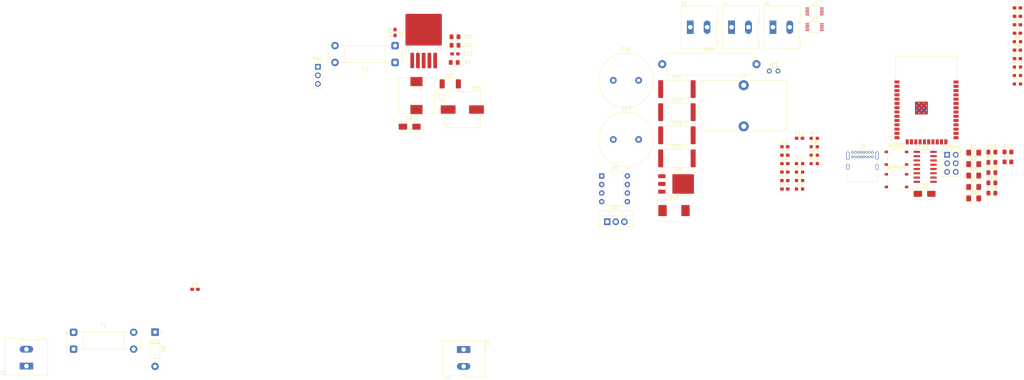
<source format=kicad_pcb>
(kicad_pcb (version 20241229) (generator "pcbnew") (generator_version "9.0")
  (layers (0 "F.Cu" signal) (2 "B.Cu" signal) (13 "F.Paste" user) (15 "B.Paste" user) (5 "F.SilkS" user "F.Silkscreen") (7 "B.SilkS" user "B.Silkscreen") (1 "F.Mask" user) (3 "B.Mask" user) (25 "Edge.Cuts" user))
  (net 0 "")
  (net 1 "BOOT")
  (net 2 "GND")
  (net 3 "Vin")
  (net 4 "VinterA")
  (net 5 "Vaux")
  (net 6 "VinterB")
  (net 7 "Vout")
  (net 8 "Net-(J5-SHIELD)")
  (net 9 "Net-(U3-V3)")
  (net 10 "+5V")
  (net 11 "+3V3")
  (net 12 "Net-(U5-FB)")
  (net 13 "Net-(D8-A)")
  (net 14 "Net-(U5-VIN)")
  (net 15 "Net-(D10-A)")
  (net 16 "Net-(D1-A)")
  (net 17 "Net-(D2-A)")
  (net 18 "Net-(D3-A)")
  (net 19 "Net-(D4-A)")
  (net 20 "Net-(D5-A)")
  (net 21 "Net-(D7-K)")
  (net 22 "Net-(D9-A)")
  (net 23 "Net-(D10-K)")
  (net 24 "Net-(SW1-B)")
  (net 25 "Rx")
  (net 26 "RST")
  (net 27 "Tx")
  (net 28 "Net-(J3-Pin_2)")
  (net 29 "Net-(J3-Pin_1)")
  (net 30 "D-")
  (net 31 "D+")
  (net 32 "Net-(J5-CC2)")
  (net 33 "Net-(J5-CC1)")
  (net 36 "FETSupply")
  (net 37 "Net-(LR1-Pad2)")
  (net 38 "Net-(LR3-Pad2)")
  (net 39 "IdiffA")
  (net 40 "IdiffB")
  (net 41 "VoltIn")
  (net 42 "OdiffA")
  (net 43 "OdiffB")
  (net 44 "VoltOut")
  (net 45 "Beat")
  (net 46 "Fault")
  (net 47 "Charging")
  (net 48 "MPPT")
  (net 49 "Net-(R23-Pad1)")
  (net 51 "SCL")
  (net 53 "SDA")
  (net 57 "PWM")
  (net 76 "Sx")
  (net 90 "Net-(J1-Pin_2)")
  (footprint "Capacitor_SMD:C_0603_1608Metric_Pad1.08x0.95mm_HandSolder" (layer "F.Cu") (at 257.75 69.325)
    (property "Reference" "C6" (at 0 -1.43 0) (layer "F.SilkS"))
    (property "Value" "0.1u")
    (pad "1" smd roundrect (at -0.8625 0) (size 1.075 0.95) (layers "F.Cu" "F.Mask" "F.Paste") (net 7 "Vout"))
    (pad "2" smd roundrect (at 0.8625 0) (size 1.075 0.95) (layers "F.Cu" "F.Mask" "F.Paste") (net 2 "GND"))
  )
  (footprint "Capacitor_THT:C_Radial_D16.0mm_H25.0mm_P7.50mm" (layer "F.Cu") (at 206.91 39.595)
    (property "Reference" "C16" (at 3.75 -9.25 0) (layer "F.SilkS"))
    (property "Value" "470u")
    (pad "1" thru_hole circle (at 0 0) (size 2 2) (drill 1) (layers "*.Cu" "*.Mask") (net 6 "VinterB"))
    (pad "2" thru_hole circle (at 7.5 0) (size 2 2) (drill 1) (layers "*.Cu" "*.Mask") (net 15 "Net-(D10-A)"))
  )
  (footprint "Diode_SMD:D_SMC" (layer "F.Cu") (at 224.905 78.235)
    (property "Reference" "D10" (at 0 -4.1 0) (layer "F.SilkS"))
    (property "Value" "SK1010")
    (pad "1" smd roundrect (at -3.4 0 90) (size 3.3 2.5) (layers "F.Cu" "F.Mask" "F.Paste") (roundrect_rratio 0.1) (net 23 "Net-(D10-K)"))
    (pad "2" smd roundrect (at 3.4 0 90) (size 3.3 2.5) (layers "F.Cu" "F.Mask" "F.Paste") (roundrect_rratio 0.1) (net 15 "Net-(D10-A)"))
  )
  (footprint "TerminalBlock:TerminalBlock_Altech_AK300-2_P5.00mm" (layer "F.Cu") (at 229.72 23.825)
    (property "Reference" "J3" (at -1.92 -6.99 0) (layer "F.SilkS"))
    (property "Value" "Conn_01x02_Pin")
    (pad "1" thru_hole rect (at 0 0) (size 1.98 3.96) (drill 1.32) (layers "*.Cu" "*.Mask") (net 29 "Net-(J3-Pin_1)"))
    (pad "2" thru_hole oval (at 5 0) (size 1.98 3.96) (drill 1.32) (layers "*.Cu" "*.Mask") (net 28 "Net-(J3-Pin_2)"))
  )
  (footprint "Resistor_SMD:R_0603_1608Metric_Pad0.98x0.95mm_HandSolder" (layer "F.Cu") (at 262.1 71.835)
    (property "Reference" "R5" (at 0 -1.43 0) (layer "F.SilkS"))
    (property "Value" "50R")
    (pad "1" smd roundrect (at -0.9125 0) (size 0.975 0.95) (layers "F.Cu" "F.Mask" "F.Paste") (net 28 "Net-(J3-Pin_2)"))
    (pad "2" smd roundrect (at 0.9125 0) (size 0.975 0.95) (layers "F.Cu" "F.Mask" "F.Paste") (net 40 "IdiffB"))
  )
  (footprint "LED_SMD:LED_0805_2012Metric_Pad1.15x1.40mm_HandSolder" (layer "F.Cu") (at 160.02 29.21)
    (property "Reference" "R22" (at 3.81 0 0) (layer "F.SilkS"))
    (property "Value" "R")
    (pad "1" smd roundrect (at -1.025 0) (size 1.15 1.4) (layers "F.Cu" "F.Mask" "F.Paste") (roundrect_rratio 0.217391) (net 12 "Net-(U5-FB)"))
    (pad "2" smd roundrect (at 1.025 0) (size 1.15 1.4) (layers "F.Cu" "F.Mask" "F.Paste") (roundrect_rratio 0.217391) (net 13 "Net-(D8-A)"))
  )
  (footprint "LED_SMD:LED_1206_3216Metric_Pad1.42x1.75mm_HandSolder" (layer "F.Cu") (at 313.705 64.455)
    (property "Reference" "D2" (at 0 -1.83 0) (layer "F.SilkS"))
    (property "Value" "LED")
    (pad "1" smd roundrect (at -1.4875 0) (size 1.425 1.75) (layers "F.Cu" "F.Mask" "F.Paste") (roundrect_rratio 0.175439) (net 2 "GND"))
    (pad "2" smd roundrect (at 1.4875 0) (size 1.425 1.75) (layers "F.Cu" "F.Mask" "F.Paste") (roundrect_rratio 0.175439) (net 17 "Net-(D2-A)"))
  )
  (footprint "RF_Module:ESP32-WROOM-32D" (layer "F.Cu") (at 299.72 48.345)
    (property "Reference" "U2" (at -10.61 8.43 90) (layer "F.SilkS"))
    (property "Value" "ESP32-WROOM-32D")
    (pad "1" smd rect (at -8.75 -8.25) (size 1.5 0.9) (layers "F.Cu" "F.Mask" "F.Paste") (net 2 "GND"))
    (pad "2" smd rect (at -8.75 -6.98) (size 1.5 0.9) (layers "F.Cu" "F.Mask" "F.Paste") (net 11 "+3V3"))
    (pad "3" smd rect (at -8.75 -5.71) (size 1.5 0.9) (layers "F.Cu" "F.Mask" "F.Paste") (net 26 "RST"))
    (pad "4" smd rect (at -8.75 -4.44) (size 1.5 0.9) (layers "F.Cu" "F.Mask" "F.Paste"))
    (pad "5" smd rect (at -8.75 -3.17) (size 1.5 0.9) (layers "F.Cu" "F.Mask" "F.Paste"))
    (pad "6" smd rect (at -8.75 -1.9) (size 1.5 0.9) (layers "F.Cu" "F.Mask" "F.Paste"))
    (pad "7" smd rect (at -8.75 -0.63) (size 1.5 0.9) (layers "F.Cu" "F.Mask" "F.Paste"))
    (pad "8" smd rect (at -8.75 0.64) (size 1.5 0.9) (layers "F.Cu" "F.Mask" "F.Paste"))
    (pad "9" smd rect (at -8.75 1.91) (size 1.5 0.9) (layers "F.Cu" "F.Mask" "F.Paste"))
    (pad "10" smd rect (at -8.75 3.18) (size 1.5 0.9) (layers "F.Cu" "F.Mask" "F.Paste"))
    (pad "11" smd rect (at -8.75 4.45) (size 1.5 0.9) (layers "F.Cu" "F.Mask" "F.Paste"))
    (pad "12" smd rect (at -8.75 5.72) (size 1.5 0.9) (layers "F.Cu" "F.Mask" "F.Paste"))
    (pad "13" smd rect (at -8.75 6.99) (size 1.5 0.9) (layers "F.Cu" "F.Mask" "F.Paste"))
    (pad "14" smd rect (at -8.75 8.26) (size 1.5 0.9) (layers "F.Cu" "F.Mask" "F.Paste"))
    (pad "15" smd rect (at -5.71 9.51 90) (size 1.5 0.9) (layers "F.Cu" "F.Mask" "F.Paste") (net 2 "GND"))
    (pad "16" smd rect (at -4.44 9.51 90) (size 1.5 0.9) (layers "F.Cu" "F.Mask" "F.Paste"))
    (pad "17" smd rect (at -3.17 9.51 90) (size 1.5 0.9) (layers "F.Cu" "F.Mask" "F.Paste"))
    (pad "18" smd rect (at -1.9 9.51 90) (size 1.5 0.9) (layers "F.Cu" "F.Mask" "F.Paste"))
    (pad "19" smd rect (at -0.63 9.51 90) (size 1.5 0.9) (layers "F.Cu" "F.Mask" "F.Paste"))
    (pad "20" smd rect (at 0.64 9.51 90) (size 1.5 0.9) (layers "F.Cu" "F.Mask" "F.Paste"))
    (pad "21" smd rect (at 1.91 9.51 90) (size 1.5 0.9) (layers "F.Cu" "F.Mask" "F.Paste"))
    (pad "22" smd rect (at 3.18 9.51 90) (size 1.5 0.9) (layers "F.Cu" "F.Mask" "F.Paste"))
    (pad "23" smd rect (at 4.45 9.51 90) (size 1.5 0.9) (layers "F.Cu" "F.Mask" "F.Paste") (net 57 "PWM"))
    (pad "24" smd rect (at 5.72 9.51 90) (size 1.5 0.9) (layers "F.Cu" "F.Mask" "F.Paste") (net 76 "Sx"))
    (pad "25" smd rect (at 8.75 8.26) (size 1.5 0.9) (layers "F.Cu" "F.Mask" "F.Paste") (net 1 "BOOT"))
    (pad "26" smd rect (at 8.75 6.99) (size 1.5 0.9) (layers "F.Cu" "F.Mask" "F.Paste") (net 45 "Beat"))
    (pad "27" smd rect (at 8.75 5.72) (size 1.5 0.9) (layers "F.Cu" "F.Mask" "F.Paste") (net 47 "Charging"))
    (pad "28" smd rect (at 8.75 4.45) (size 1.5 0.9) (layers "F.Cu" "F.Mask" "F.Paste") (net 48 "MPPT"))
    (pad "29" smd rect (at 8.75 3.18) (size 1.5 0.9) (layers "F.Cu" "F.Mask" "F.Paste") (net 46 "Fault"))
    (pad "30" smd rect (at 8.75 1.91) (size 1.5 0.9) (layers "F.Cu" "F.Mask" "F.Paste"))
    (pad "31" smd rect (at 8.75 0.64) (size 1.5 0.9) (layers "F.Cu" "F.Mask" "F.Paste"))
    (pad "32" smd rect (at 8.75 -0.63) (size 1.5 0.9) (layers "F.Cu" "F.Mask" "F.Paste"))
    (pad "33" smd rect (at 8.75 -1.9) (size 1.5 0.9) (layers "F.Cu" "F.Mask" "F.Paste") (net 53 "SDA"))
    (pad "34" smd rect (at 8.75 -3.17) (size 1.5 0.9) (layers "F.Cu" "F.Mask" "F.Paste") (net 25 "Rx"))
    (pad "35" smd rect (at 8.75 -4.44) (size 1.5 0.9) (layers "F.Cu" "F.Mask" "F.Paste") (net 27 "Tx"))
    (pad "36" smd rect (at 8.75 -5.71) (size 1.5 0.9) (layers "F.Cu" "F.Mask" "F.Paste") (net 51 "SCL"))
    (pad "37" smd rect (at 8.75 -6.98) (size 1.5 0.9) (layers "F.Cu" "F.Mask" "F.Paste"))
    (pad "38" smd rect (at 8.75 -8.25) (size 1.5 0.9) (layers "F.Cu" "F.Mask" "F.Paste") (net 2 "GND"))
    (pad "39" smd rect (at -2.9 -1.93) (size 0.9 0.9) (layers "F.Cu" "F.Paste") (net 2 "GND"))
    (pad "39" thru_hole circle (at -2.9 -1.23) (size 0.6 0.6) (drill 0.2) (property pad_prop_heatsink) (layers "*.Cu" "F.Mask") (net 2 "GND"))
    (pad "39" smd rect (at -2.9 -0.53) (size 0.9 0.9) (layers "F.Cu" "F.Paste") (net 2 "GND"))
    (pad "39" thru_hole circle (at -2.9 0.17) (size 0.6 0.6) (drill 0.2) (property pad_prop_heatsink) (layers "*.Cu" "F.Mask") (net 2 "GND"))
    (pad "39" smd rect (at -2.9 0.87) (size 0.9 0.9) (layers "F.Cu" "F.Paste") (net 2 "GND"))
    (pad "39" thru_hole circle (at -2.2 -1.93) (size 0.6 0.6) (drill 0.2) (property pad_prop_heatsink) (layers "*.Cu" "F.Mask") (net 2 "GND"))
    (pad "39" thru_hole circle (at -2.2 -0.53) (size 0.6 0.6) (drill 0.2) (property pad_prop_heatsink) (layers "*.Cu" "F.Mask") (net 2 "GND"))
    (pad "39" thru_hole circle (at -2.2 0.87) (size 0.6 0.6) (drill 0.2) (property pad_prop_heatsink) (layers "*.Cu" "F.Mask") (net 2 "GND"))
    (pad "39" thru_hole circle (at -1.525 -1.23) (size 0.6 0.6) (drill 0.2) (property pad_prop_heatsink) (layers "*.Cu" "F.Mask") (net 2 "GND"))
    (pad "39" thru_hole circle (at -1.525 0.17) (size 0.6 0.6) (drill 0.2) (property pad_prop_heatsink) (layers "*.Cu" "F.Mask") (net 2 "GND"))
    (pad "39" smd rect (at -1.5 -1.93) (size 0.9 0.9) (layers "F.Cu" "F.Paste") (net 2 "GND"))
    (pad "39" smd rect (at -1.5 -0.53) (size 0.9 0.9) (layers "F.Cu" "F.Paste") (net 2 "GND"))
    (pad "39" smd rect (at -1.5 -0.53) (size 3.8 3.8) (property pad_prop_heatsink) (layers "F.Cu" "F.Mask") (net 2 "GND"))
    (pad "39" smd rect (at -1.5 0.87) (size 0.9 0.9) (layers "F.Cu" "F.Paste") (net 2 "GND"))
    (pad "39" thru_hole circle (at -0.8 -1.93) (size 0.6 0.6) (drill 0.2) (property pad_prop_heatsink) (layers "*.Cu" "F.Mask") (net 2 "GND"))
    (pad "39" thru_hole circle (at -0.8 -0.53) (size 0.6 0.6) (drill 0.2) (property pad_prop_heatsink) (layers "*.Cu" "F.Mask") (net 2 "GND"))
    (pad "39" thru_hole circle (at -0.8 0.87) (size 0.6 0.6) (drill 0.2) (property pad_prop_heatsink) (layers "*.Cu" "F.Mask") (net 2 "GND"))
    (pad "39" smd rect (at -0.1 -1.93) (size 0.9 0.9) (layers "F.Cu" "F.Paste") (net 2 "GND"))
    (pad "39" thru_hole circle (at -0.1 -1.23) (size 0.6 0.6) (drill 0.2) (property pad_prop_heatsink) (layers "*.Cu" "F.Mask") (net 2 "GND"))
    (pad "39" smd rect (at -0.1 -0.53) (size 0.9 0.9) (layers "F.Cu" "F.Paste") (net 2 "GND"))
    (pad "39" thru_hole circle (at -0.1 0.17) (size 0.6 0.6) (drill 0.2) (property pad_prop_heatsink) (layers "*.Cu" "F.Mask") (net 2 "GND"))
    (pad "39" smd rect (at -0.1 0.87) (size 0.9 0.9) (layers "F.Cu" "F.Paste") (net 2 "GND"))
  )
  (footprint "Capacitor_SMD:C_0603_1608Metric_Pad1.08x0.95mm_HandSolder" (layer "F.Cu") (at 262.1 56.775)
    (property "Reference" "C12" (at 0 -1.43 0) (layer "F.SilkS"))
    (property "Value" "0.1u")
    (pad "1" smd roundrect (at -0.8625 0) (size 1.075 0.95) (layers "F.Cu" "F.Mask" "F.Paste") (net 11 "+3V3"))
    (pad "2" smd roundrect (at 0.8625 0) (size 1.075 0.95) (layers "F.Cu" "F.Mask" "F.Paste") (net 2 "GND"))
  )
  (footprint "TerminalBlock:TerminalBlock_Altech_AK300-2_P5.00mm" (layer "F.Cu") (at 162.56 119.46 -90)
    (property "Reference" "J2" (at -1.92 -6.99 90) (layer "F.SilkS"))
    (property "Value" "Conn_01x02_Pin")
    (pad "1" thru_hole rect (at 0 0 270) (size 1.98 3.96) (drill 1.32) (layers "*.Cu" "*.Mask") (net 7 "Vout"))
    (pad "2" thru_hole oval (at 5 0 270) (size 1.98 3.96) (drill 1.32) (layers "*.Cu" "*.Mask") (net 2 "GND"))
  )
  (footprint "Capacitor_SMD:C_0603_1608Metric_Pad1.08x0.95mm_HandSolder" (layer "F.Cu") (at 326.67 25.615)
    (property "Reference" "C10" (at 0 -1.43 0) (layer "F.SilkS"))
    (property "Value" "0.1u")
    (pad "1" smd roundrect (at -0.8625 0) (size 1.075 0.95) (layers "F.Cu" "F.Mask" "F.Paste") (net 10 "+5V"))
    (pad "2" smd roundrect (at 0.8625 0) (size 1.075 0.95) (layers "F.Cu" "F.Mask" "F.Paste") (net 2 "GND"))
  )
  (footprint "Resistor_SMD:R_0603_1608Metric_Pad0.98x0.95mm_HandSolder" (layer "F.Cu") (at 326.67 35.655)
    (property "Reference" "R13" (at 0 -1.43 0) (layer "F.SilkS"))
    (property "Value" "1k")
    (pad "1" smd roundrect (at -0.9125 0) (size 0.975 0.95) (layers "F.Cu" "F.Mask" "F.Paste") (net 41 "VoltIn"))
    (pad "2" smd roundrect (at 0.9125 0) (size 0.975 0.95) (layers "F.Cu" "F.Mask" "F.Paste") (net 2 "GND"))
  )
  (footprint "Resistor_SMD:R_0603_1608Metric_Pad0.98x0.95mm_HandSolder" (layer "F.Cu") (at 262.1 69.325)
    (property "Reference" "R4" (at 0 -1.43 0) (layer "F.SilkS"))
    (property "Value" "50R")
    (pad "1" smd roundrect (at -0.9125 0) (size 0.975 0.95) (layers "F.Cu" "F.Mask" "F.Paste") (net 29 "Net-(J3-Pin_1)"))
    (pad "2" smd roundrect (at 0.9125 0) (size 0.975 0.95) (layers "F.Cu" "F.Mask" "F.Paste") (net 39 "IdiffA"))
  )
  (footprint "Package_TO_SOT_SMD:TO-252-3_TabPin2" (layer "F.Cu") (at 226.35 70.34)
    (property "Reference" "U4" (at 0 -4.5 0) (layer "F.SilkS"))
    (property "Value" "LM1117DT-3.3")
    (pad "1" smd roundrect (at -5.04 -2.28) (size 2.2 1.2) (layers "F.Cu" "F.Mask" "F.Paste") (roundrect_rratio 0.208333) (net 2 "GND"))
    (pad "2" smd roundrect (at -5.04 0) (size 2.2 1.2) (layers "F.Cu" "F.Mask" "F.Paste") (roundrect_rratio 0.208333) (net 11 "+3V3"))
    (pad "2" smd roundrect (at 1.26 0) (size 6.4 5.8) (layers "F.Cu" "F.Mask") (roundrect_rratio 0.043103) (net 11 "+3V3"))
    (pad "3" smd roundrect (at -5.04 2.28) (size 2.2 1.2) (layers "F.Cu" "F.Mask" "F.Paste") (roundrect_rratio 0.208333) (net 10 "+5V"))
  )
  (footprint "LED_SMD:LED_1206_3216Metric_Pad1.42x1.75mm_HandSolder" (layer "F.Cu") (at 313.705 61.065)
    (property "Reference" "D1" (at 0 -1.83 0) (layer "F.SilkS"))
    (property "Value" "LED")
    (pad "1" smd roundrect (at -1.4875 0) (size 1.425 1.75) (layers "F.Cu" "F.Mask" "F.Paste") (roundrect_rratio 0.175439) (net 2 "GND"))
    (pad "2" smd roundrect (at 1.4875 0) (size 1.425 1.75) (layers "F.Cu" "F.Mask" "F.Paste") (roundrect_rratio 0.175439) (net 16 "Net-(D1-A)"))
  )
  (footprint "Diode_SMD:D_MELF" (layer "F.Cu") (at 158.61 40.64)
    (property "Reference" "D7" (at 0 -2.5 0) (layer "F.SilkS"))
    (property "Value" "Diode")
    (pad "1" smd roundrect (at -2.4 0) (size 1.5 2.7) (layers "F.Cu" "F.Mask" "F.Paste") (roundrect_rratio 0.1666666667) (net 21 "Net-(D7-K)"))
    (pad "2" smd roundrect (at 2.4 0) (size 1.5 2.7) (layers "F.Cu" "F.Mask" "F.Paste") (roundrect_rratio 0.1666666667) (net 2 "GND"))
  )
  (footprint "Inductor_THT:L_Toroid_Vertical_L25.4mm_W14.7mm_P12.20mm_Vishay_TJ5_BigPads" (layer "F.Cu") (at 245.56 41.045)
    (property "Reference" "L2" (at 0 -2.75 0) (layer "F.SilkS"))
    (property "Value" "100uH")
    (pad "1" thru_hole circle (at 0 0) (size 3 3) (drill 1.5) (layers "*.Cu" "*.Mask") (net 23 "Net-(D10-K)"))
    (pad "2" thru_hole circle (at 0 12.2) (size 3 3) (drill 1.5) (layers "*.Cu" "*.Mask") (net 6 "VinterB"))
  )
  (footprint "LED_SMD:LED_0805_2012Metric_Pad1.15x1.40mm_HandSolder" (layer "F.Cu") (at 319.095 70.01)
    (property "Reference" "R19" (at 0 -1.65 0) (layer "F.SilkS"))
    (property "Value" "220R")
    (pad "1" smd roundrect (at -1.025 0) (size 1.15 1.4) (layers "F.Cu" "F.Mask" "F.Paste") (roundrect_rratio 0.217391) (net 47 "Charging"))
    (pad "2" smd roundrect (at 1.025 0) (size 1.15 1.4) (layers "F.Cu" "F.Mask" "F.Paste") (roundrect_rratio 0.217391) (net 19 "Net-(D4-A)"))
  )
  (footprint "Capacitor_SMD:C_0603_1608Metric_Pad1.08x0.95mm_HandSolder" (layer "F.Cu") (at 326.67 18.085)
    (property "Reference" "C7" (at 0 -1.43 0) (layer "F.SilkS"))
    (property "Value" "C")
    (pad "1" smd roundrect (at -0.8625 0) (size 1.075 0.95) (layers "F.Cu" "F.Mask" "F.Paste") (net 8 "Net-(J5-SHIELD)"))
    (pad "2" smd roundrect (at 0.8625 0) (size 1.075 0.95) (layers "F.Cu" "F.Mask" "F.Paste") (net 2 "GND"))
  )
  (footprint "Button_Switch_SMD:SW_Push_1P1T_XKB_TS-1187A" (layer "F.Cu") (at 290.82 69.345)
    (property "Reference" "RESET1" (at 0 -3.75 0) (layer "F.SilkS"))
    (property "Value" "SW_Push")
    (pad "1" smd rect (at -3 -1.875) (size 1 0.75) (layers "F.Cu" "F.Mask" "F.Paste") (net 2 "GND"))
    (pad "1" smd rect (at 3 -1.875) (size 1 0.75) (layers "F.Cu" "F.Mask" "F.Paste") (net 2 "GND"))
    (pad "2" smd rect (at -3 1.875) (size 1 0.75) (layers "F.Cu" "F.Mask" "F.Paste") (net 26 "RST"))
    (pad "2" smd rect (at 3 1.875) (size 1 0.75) (layers "F.Cu" "F.Mask" "F.Paste") (net 26 "RST"))
  )
  (footprint "Capacitor_SMD:C_0603_1608Metric_Pad1.08x0.95mm_HandSolder" (layer "F.Cu") (at 142.24 25.4 90)
    (property "Reference" "C14" (at 0 -1.43 90) (layer "F.SilkS"))
    (property "Value" "1u")
    (pad "1" smd roundrect (at -0.8625 0 90) (size 1.075 0.95) (layers "F.Cu" "F.Mask" "F.Paste") (net 14 "Net-(U5-VIN)"))
    (pad "2" smd roundrect (at 0.8625 0 90) (size 1.075 0.95) (layers "F.Cu" "F.Mask" "F.Paste") (net 2 "GND"))
  )
  (footprint "LED_SMD:LED_0805_2012Metric_Pad1.15x1.40mm_HandSolder" (layer "F.Cu") (at 319.095 66.97)
    (property "Reference" "R18" (at 0 -1.65 0) (layer "F.SilkS"))
    (property "Value" "220R")
    (pad "1" smd roundrect (at -1.025 0) (size 1.15 1.4) (layers "F.Cu" "F.Mask" "F.Paste") (roundrect_rratio 0.217391) (net 46 "Fault"))
    (pad "2" smd roundrect (at 1.025 0) (size 1.15 1.4) (layers "F.Cu" "F.Mask" "F.Paste") (roundrect_rratio 0.217391) (net 18 "Net-(D3-A)"))
  )
  (footprint "TerminalBlock:TerminalBlock_Altech_AK300-2_P5.00mm" (layer "F.Cu") (at 254.2 23.825)
    (property "Reference" "J6" (at -1.92 -6.99 0) (layer "F.SilkS"))
    (property "Value" "Conn_01x02_Pin")
    (pad "1" thru_hole rect (at 0 0) (size 1.98 3.96) (drill 1.32) (layers "*.Cu" "*.Mask") (net 2 "GND"))
    (pad "2" thru_hole oval (at 5 0) (size 1.98 3.96) (drill 1.32) (layers "*.Cu" "*.Mask") (net 36 "FETSupply"))
  )
  (footprint "LED_SMD:LED_0805_2012Metric_Pad1.15x1.40mm_HandSolder" (layer "F.Cu") (at 319.095 60.89)
    (property "Reference" "R16" (at 0 -1.65 0) (layer "F.SilkS"))
    (property "Value" "220R")
    (pad "1" smd roundrect (at -1.025 0) (size 1.15 1.4) (layers "F.Cu" "F.Mask" "F.Paste") (roundrect_rratio 0.217391) (net 11 "+3V3"))
    (pad "2" smd roundrect (at 1.025 0) (size 1.15 1.4) (layers "F.Cu" "F.Mask" "F.Paste") (roundrect_rratio 0.217391) (net 16 "Net-(D1-A)"))
  )
  (footprint "Connector_PinHeader_2.54mm:PinHeader_2x03_P2.54mm_Vertical" (layer "F.Cu") (at 305.84 61.665)
    (property "Reference" "FLASH1" (at 1.27 -2.38 0) (layer "F.SilkS"))
    (property "Value" "Conn_01x06_Pin")
    (pad "1" thru_hole rect (at 0 0) (size 1.7 1.7) (drill 1) (layers "*.Cu" "*.Mask") (net 2 "GND"))
    (pad "2" thru_hole circle (at 2.54 0) (size 1.7 1.7) (drill 1) (layers "*.Cu" "*.Mask") (net 11 "+3V3"))
    (pad "3" thru_hole circle (at 0 2.54) (size 1.7 1.7) (drill 1) (layers "*.Cu" "*.Mask") (net 1 "BOOT"))
    (pad "4" thru_hole circle (at 2.54 2.54) (size 1.7 1.7) (drill 1) (layers "*.Cu" "*.Mask") (net 26 "RST"))
    (pad "5" thru_hole circle (at 0 5.08) (size 1.7 1.7) (drill 1) (layers "*.Cu" "*.Mask") (net 27 "Tx"))
    (pad "6" thru_hole circle (at 2.54 5.08) (size 1.7 1.7) (drill 1) (layers "*.Cu" "*.Mask") (net 25 "Rx"))
  )
  (footprint "Resistor_SMD:R_4020_10251Metric" (layer "F.Cu") (at 225.76 55.895)
    (property "Reference" "LR3" (at 0 -3.6 0) (layer "F.SilkS"))
    (property "Value" "0.1R")
    (pad "1" smd roundrect (at -4.8125 0) (size 1.475 5.3) (layers "F.Cu" "F.Mask" "F.Paste") (roundrect_rratio 0.169492) (net 6 "VinterB"))
    (pad "2" smd roundrect (at 4.8125 0) (size 1.475 5.3) (layers "F.Cu" "F.Mask" "F.Paste") (roundrect_rratio 0.169492) (net 38 "Net-(LR3-Pad2)"))
  )
  (footprint "LED_SMD:LED_0805_2012Metric_Pad1.15x1.40mm_HandSolder" (layer "F.Cu") (at 160.02 26.67)
    (property "Reference" "R21" (at 3.81 0 0) (layer "F.SilkS"))
    (property "Value" "3.3k")
    (pad "1" smd roundrect (at -1.025 0) (size 1.15 1.4) (layers "F.Cu" "F.Mask" "F.Paste") (roundrect_rratio 0.217391) (net 12 "Net-(U5-FB)"))
    (pad "2" smd roundrect (at 1.025 0) (size 1.15 1.4) (layers "F.Cu" "F.Mask" "F.Paste") (roundrect_rratio 0.217391) (net 13 "Net-(D8-A)"))
  )
  (footprint "Connector_USB:USB_C_Receptacle_GCT_USB4085" (layer "F.Cu") (at 277.77 60.955)
    (property "Reference" "J5" (at 2.975 -1.8 0) (layer "F.SilkS"))
    (property "Value" "USB_C_Receptacle_USB2.0_16P")
    (pad "A1" thru_hole circle (at 0 0) (size 0.7 0.7) (drill 0.4) (layers "*.Cu" "*.Mask") (net 2 "GND"))
    (pad "A4" thru_hole circle (at 0.85 0) (size 0.7 0.7) (drill 0.4) (layers "*.Cu" "*.Mask") (net 22 "Net-(D9-A)"))
    (pad "A5" thru_hole circle (at 1.7 0) (size 0.7 0.7) (drill 0.4) (layers "*.Cu" "*.Mask") (net 33 "Net-(J5-CC1)"))
    (pad "A6" thru_hole circle (at 2.55 0) (size 0.7 0.7) (drill 0.4) (layers "*.Cu" "*.Mask") (net 31 "D+"))
    (pad "A7" thru_hole circle (at 3.4 0) (size 0.7 0.7) (drill 0.4) (layers "*.Cu" "*.Mask") (net 30 "D-"))
    (pad "A8" thru_hole circle (at 4.25 0) (size 0.7 0.7) (drill 0.4) (layers "*.Cu" "*.Mask"))
    (pad "A9" thru_hole circle (at 5.1 0) (size 0.7 0.7) (drill 0.4) (layers "*.Cu" "*.Mask") (net 22 "Net-(D9-A)"))
    (pad "A12" thru_hole circle (at 5.95 0) (size 0.7 0.7) (drill 0.4) (layers "*.Cu" "*.Mask") (net 2 "GND"))
    (pad "B1" thru_hole circle (at 5.95 1.35) (size 0.7 0.7) (drill 0.4) (layers "*.Cu" "*.Mask") (net 2 "GND"))
    (pad "B4" thru_hole circle (at 5.1 1.35) (size 0.7 0.7) (drill 0.4) (layers "*.Cu" "*.Mask") (net 22 "Net-(D9-A)"))
    (pad "B5" thru_hole circle (at 4.25 1.35) (size 0.7 0.7) (drill 0.4) (layers "*.Cu" "*.Mask") (net 32 "Net-(J5-CC2)"))
    (pad "B6" thru_hole circle (at 3.4 1.35) (size 0.7 0.7) (drill 0.4) (layers "*.Cu" "*.Mask") (net 31 "D+"))
    (pad "B7" thru_hole circle (at 2.55 1.35) (size 0.7 0.7) (drill 0.4) (layers "*.Cu" "*.Mask") (net 30 "D-"))
    (pad "B8" thru_hole circle (at 1.7 1.35) (size 0.7 0.7) (drill 0.4) (layers "*.Cu" "*.Mask"))
    (pad "B9" thru_hole circle (at 0.85 1.35) (size 0.7 0.7) (drill 0.4) (layers "*.Cu" "*.Mask") (net 22 "Net-(D9-A)"))
    (pad "B12" thru_hole circle (at 0 1.35) (size 0.7 0.7) (drill 0.4) (layers "*.Cu" "*.Mask") (net 2 "GND"))
    (pad "S1" thru_hole oval (at -1.35 0.98) (size 0.9 2.4) (drill oval 0.6 2.1) (layers "*.Cu" "*.Mask") (net 8 "Net-(J5-SHIELD)"))
    (pad "S1" thru_hole oval (at -1.35 4.36) (size 0.9 1.7) (drill oval 0.6 1.4) (layers "*.Cu" "*.Mask") (net 8 "Net-(J5-SHIELD)"))
    (pad "S1" thru_hole oval (at 7.3 0.98) (size 0.9 2.4) (drill oval 0.6 2.1) (layers "*.Cu" "*.Mask") (net 8 "Net-(J5-SHIELD)"))
    (pad "S1" thru_hole oval (at 7.3 4.36) (size 0.9 1.7) (drill oval 0.6 1.4) (layers "*.Cu" "*.Mask") (net 8 "Net-(J5-SHIELD)"))
  )
  (footprint "Resistor_SMD:R_0603_1608Metric_Pad0.98x0.95mm_HandSolder" (layer "F.Cu") (at 326.67 28.125)
    (property "Reference" "R6" (at 0 -1.43 0) (layer "F.SilkS"))
    (property "Value" "200k")
    (pad "1" smd roundrect (at -0.9125 0) (size 0.975 0.95) (layers "F.Cu" "F.Mask" "F.Paste") (net 3 "Vin"))
    (pad "2" smd roundrect (at 0.9125 0) (size 0.975 0.95) (layers "F.Cu" "F.Mask" "F.Paste") (net 41 "VoltIn"))
  )
  (footprint "Package_SO:TSSOP-10_3x3mm_P0.5mm" (layer "F.Cu") (at 266.56 23.805)
    (property "Reference" "U7" (at 0 -2.55 0) (layer "F.SilkS"))
    (property "Value" "ADS1115IDGS")
    (pad "1" smd rect (at -2.15 -1) (size 1.1 0.25) (layers "F.Cu" "F.Mask" "F.Paste") (net 2 "GND"))
    (pad "2" smd rect (at -2.15 -0.5) (size 1.1 0.25) (layers "F.Cu" "F.Mask" "F.Paste"))
    (pad "3" smd rect (at -2.15 0) (size 1.1 0.25) (layers "F.Cu" "F.Mask" "F.Paste") (net 2 "GND"))
    (pad "4" smd rect (at -2.15 0.5) (size 1.1 0.25) (layers "F.Cu" "F.Mask" "F.Paste") (net 39 "IdiffA"))
    (pad "5" smd rect (at -2.15 1) (size 1.1 0.25) (layers "F.Cu" "F.Mask" "F.Paste") (net 40 "IdiffB"))
    (pad "6" smd rect (at 2.15 1) (size 1.1 0.25) (layers "F.Cu" "F.Mask" "F.Paste") (net 41 "VoltIn"))
    (pad "7" smd rect (at 2.15 0.5) (size 1.1 0.25) (layers "F.Cu" "F.Mask" "F.Paste"))
    (pad "8" smd rect (at 2.15 0) (size 1.1 0.25) (layers "F.Cu" "F.Mask" "F.Paste") (net 11 "+3V3"))
    (pad "9" smd rect (at 2.15 -0.5) (size 1.1 0.25) (layers "F.Cu" "F.Mask" "F.Paste") (net 53 "SDA"))
    (pad "10" smd rect (at 2.15 -1) (size 1.1 0.25) (layers "F.Cu" "F.Mask" "F.Paste") (net 51 "SCL"))
  )
  (footprint "TerminalBlock:TerminalBlock_Altech_AK300-2_P5.00mm" (layer "F.Cu") (at 33.02 124.38 90)
    (property "Reference" "J1" (at -1.92 -6.99 90) (layer "F.SilkS"))
    (property "Value" "Conn_01x02_Pin")
    (pad "1" thru_hole rect (at 0 0 90) (size 1.98 3.96) (drill 1.32) (layers "*.Cu" "*.Mask") (net 2 "GND"))
    (pad "2" thru_hole oval (at 5 0 90) (size 1.98 3.96) (drill 1.32) (layers "*.Cu" "*.Mask") (net 90 "Net-(J1-Pin_2)"))
  )
  (footprint "Inductor_SMD:L_10.4x10.4_H4.8" (layer "F.Cu") (at 148.59 44.11 -90)
    (property "Reference" "L1" (at 0 -6.35 90) (layer "F.SilkS"))
    (property "Value" "220u")
    (pad "1" smd rect (at -4.15 0 270) (size 2.7 3.6) (layers "F.Cu" "F.Mask" "F.Paste") (net 21 "Net-(D7-K)"))
    (pad "2" smd rect (at 4.15 0 270) (size 2.7 3.6) (layers "F.Cu" "F.Mask" "F.Paste") (net 13 "Net-(D8-A)"))
  )
  (footprint "Button_Switch_SMD:SW_Push_1P1T_XKB_TS-1187A" (layer "F.Cu") (at 290.82 62.695)
    (property "Reference" "BOOT1" (at 0 -3.75 0) (layer "F.SilkS"))
    (property "Value" "SW_Push")
    (pad "1" smd rect (at -3 -1.875) (size 1 0.75) (layers "F.Cu" "F.Mask" "F.Paste") (net 2 "GND"))
    (pad "1" smd rect (at 3 -1.875) (size 1 0.75) (layers "F.Cu" "F.Mask" "F.Paste") (net 2 "GND"))
    (pad "2" smd rect (at -3 1.875) (size 1 0.75) (layers "F.Cu" "F.Mask" "F.Paste") (net 1 "BOOT"))
    (pad "2" smd rect (at 3 1.875) (size 1 0.75) (layers "F.Cu" "F.Mask" "F.Paste") (net 1 "BOOT"))
  )
  (footprint "Resistor_SMD:R_0603_1608Metric_Pad0.98x0.95mm_HandSolder" (layer "F.Cu") (at 266.45 64.305)
    (property "Reference" "R24" (at 0 -1.43 0) (layer "F.SilkS"))
    (property "Value" "10kR")
    (pad "1" smd roundrect (at -0.9125 0) (size 0.975 0.95) (layers "F.Cu" "F.Mask" "F.Paste") (net 2 "GND"))
    (pad "2" smd roundrect (at 0.9125 0) (size 0.975 0.95) (layers "F.Cu" "F.Mask" "F.Paste") (net 15 "Net-(D10-A)"))
  )
  (footprint "Capacitor_SMD:C_0603_1608Metric_Pad1.08x0.95mm_HandSolder" (layer "F.Cu") (at 160.02 31.75)
    (property "Reference" "C13" (at 3.81 0 0) (layer "F.SilkS"))
    (property "Value" "10n")
    (pad "1" smd roundrect (at -0.8625 0) (size 1.075 0.95) (layers "F.Cu" "F.Mask" "F.Paste") (net 12 "Net-(U5-FB)"))
    (pad "2" smd roundrect (at 0.8625 0) (size 1.075 0.95) (layers "F.Cu" "F.Mask" "F.Paste") (net 13 "Net-(D8-A)"))
  )
  (footprint "Capacitor_THT:C_Radial_D16.0mm_H25.0mm_P7.50mm" (layer "F.Cu") (at 206.91 57.145)
    (property "Reference" "C17" (at 3.75 -9.25 0) (layer "F.SilkS"))
    (property "Value" "470u")
    (pad "1" thru_hole circle (at 0 0) (size 2 2) (drill 1) (layers "*.Cu" "*.Mask") (net 4 "VinterA"))
    (pad "2" thru_hole circle (at 7.5 0) (size 2 2) (drill 1) (layers "*.Cu" "*.Mask") (net 15 "Net-(D10-A)"))
  )
  (footprint "Capacitor_SMD:C_0603_1608Metric_Pad1.08x0.95mm_HandSolder" (layer "F.Cu") (at 257.75 59.285)
    (property "Reference" "C2" (at 0 -1.43 0) (layer "F.SilkS"))
    (property "Value" "0.1u")
    (pad "1" smd roundrect (at -0.8625 0) (size 1.075 0.95) (layers "F.Cu" "F.Mask" "F.Paste") (net 4 "VinterA"))
    (pad "2" smd roundrect (at 0.8625 0) (size 1.075 0.95) (layers "F.Cu" "F.Mask" "F.Paste") (net 2 "GND"))
  )
  (footprint "Capacitor_SMD:C_0603_1608Metric_Pad1.08x0.95mm_HandSolder" (layer "F.Cu") (at 326.67 33.145)
    (property "Reference" "R10" (at 0 -1.43 0) (layer "F.SilkS"))
    (property "Value" "R")
    (pad "1" smd roundrect (at -0.8625 0) (size 1.075 0.95) (layers "F.Cu" "F.Mask" "F.Paste") (net 33 "Net-(J5-CC1)"))
    (pad "2" smd roundrect (at 0.8625 0) (size 1.075 0.95) (layers "F.Cu" "F.Mask" "F.Paste") (net 2 "GND"))
  )
  (footprint "Capacitor_SMD:C_0603_1608Metric_Pad1.08x0.95mm_HandSolder" (layer "F.Cu") (at 326.67 20.595)
    (property "Reference" "C8" (at 0 -1.43 0) (layer "F.SilkS"))
    (property "Value" "C")
    (pad "1" smd roundrect (at -0.8625 0) (size 1.075 0.95) (layers "F.Cu" "F.Mask" "F.Paste") (net 8 "Net-(J5-SHIELD)"))
    (pad "2" smd roundrect (at 0.8625 0) (size 1.075 0.95) (layers "F.Cu" "F.Mask" "F.Paste") (net 2 "GND"))
  )
  (footprint "Resistor_SMD:R_0603_1608Metric_Pad0.98x0.95mm_HandSolder" (layer "F.Cu") (at 266.45 56.775)
    (property "Reference" "R7" (at 0 -1.43 0) (layer "F.SilkS"))
    (property "Value" "50R")
    (pad "1" smd roundrect (at -0.9125 0) (size 0.975 0.95) (layers "F.Cu" "F.Mask" "F.Paste") (net 6 "VinterB"))
    (pad "2" smd roundrect (at 0.9125 0) (size 0.975 0.95) (layers "F.Cu" "F.Mask" "F.Paste") (net 42 "OdiffA"))
  )
  (footprint "Resistor_SMD:R_0805_2012Metric_Pad1.20x1.40mm_HandSolder" (layer "F.Cu") (at 323.84 60.845)
    (property "Reference" "R11" (at 0 -1.65 0) (layer "F.SilkS"))
    (property "Value" "1k")
    (pad "1" smd roundrect (at -1 0) (size 1.2 1.4) (layers "F.Cu" "F.Mask" "F.Paste") (roundrect_rratio 0.208333) (net 26 "RST"))
    (pad "2" smd roundrect (at 1 0) (size 1.2 1.4) (layers "F.Cu" "F.Mask" "F.Paste") (roundrect_rratio 0.208333) (net 11 "+3V3"))
  )
  (footprint "LED_SMD:LED_0805_2012Metric_Pad1.15x1.40mm_HandSolder" (layer "F.Cu") (at 159.775 34.29 180)
    (property "Reference" "R1" (at -4.055 0 0) (layer "F.SilkS"))
    (property "Value" "1k")
    (pad "1" smd roundrect (at -1.025 0 180) (size 1.15 1.4) (layers "F.Cu" "F.Mask" "F.Paste") (roundrect_rratio 0.217391) (net 2 "GND"))
    (pad "2" smd roundrect (at 1.025 0 180) (size 1.15 1.4) (layers "F.Cu" "F.Mask" "F.Paste") (roundrect_rratio 0.217391) (net 12 "Net-(U5-FB)"))
  )
  (footprint "Package_SO:SOIC-16_3.9x9.9mm_P1.27mm" (layer "F.Cu") (at 299.32 65.265)
    (property "Reference" "U3" (at 0 -5.9 0) (layer "F.SilkS"))
    (property "Value" "CH340C")
    (pad "1" smd roundrect (at -2.475 -4.445) (size 1.95 0.6) (layers "F.Cu" "F.Mask" "F.Paste") (net 2 "GND"))
    (pad "2" smd roundrect (at -2.475 -3.175) (size 1.95 0.6) (layers "F.Cu" "F.Mask" "F.Paste") (net 27 "Tx"))
    (pad "3" smd roundrect (at -2.475 -1.905) (size 1.95 0.6) (layers "F.Cu" "F.Mask" "F.Paste") (net 25 "Rx"))
    (pad "4" smd roundrect (at -2.475 -0.635) (size 1.95 0.6) (layers "F.Cu" "F.Mask" "F.Paste") (net 9 "Net-(U3-V3)"))
    (pad "5" smd roundrect (at -2.475 0.635) (size 1.95 0.6) (layers "F.Cu" "F.Mask" "F.Paste") (net 31 "D+"))
    (pad "6" smd roundrect (at -2.475 1.905) (size 1.95 0.6) (layers "F.Cu" "F.Mask" "F.Paste") (net 30 "D-"))
    (pad "7" smd roundrect (at -2.475 3.175) (size 1.95 0.6) (layers "F.Cu" "F.Mask" "F.Paste"))
    (pad "8" smd roundrect (at -2.475 4.445) (size 1.95 0.6) (layers "F.Cu" "F.Mask" "F.Paste"))
    (pad "9" smd roundrect (at 2.475 4.445) (size 1.95 0.6) (layers "F.Cu" "F.Mask" "F.Paste"))
    (pad "10" smd roundrect (at 2.475 3.175) (size 1.95 0.6) (layers "F.Cu" "F.Mask" "F.Paste"))
    (pad "11" smd roundrect (at 2.475 1.905) (size 1.95 0.6) (layers "F.Cu" "F.Mask" "F.Paste"))
    (pad "12" smd roundrect (at 2.475 0.635) (size 1.95 0.6) (layers "F.Cu" "F.Mask" "F.Paste"))
    (pad "13" smd roundrect (at 2.475 -0.635) (size 1.95 0.6) (layers "F.Cu" "F.Mask" "F.Paste"))
    (pad "14" smd roundrect (at 2.475 -1.905) (size 1.95 0.6) (layers "F.Cu" "F.Mask" "F.Paste"))
    (pad "15" smd roundrect (at 2.475 -3.175) (size 1.95 0.6) (layers "F.Cu" "F.Mask" "F.Paste"))
    (pad "16" smd roundrect (at 2.475 -4.445) (size 1.95 0.6) (layers "F.Cu" "F.Mask" "F.Paste") (net 10 "+5V"))
  )
  (footprint "LED_SMD:LED_0805_2012Metric_Pad1.15x1.40mm_HandSolder" (layer "F.Cu") (at 319.095 73.05)
    (property "Reference" "R20" (at 0 -1.65 0) (layer "F.SilkS"))
    (property "Value" "220R")
    (pad "1" smd roundrect (at -1.025 0) (size 1.15 1.4) (layers "F.Cu" "F.Mask" "F.Paste") (roundrect_rratio 0.217391) (net 48 "MPPT"))
    (pad "2" smd roundrect (at 1.025 0) (size 1.15 1.4) (layers "F.Cu" "F.Mask" "F.Paste") (roundrect_rratio 0.217391) (net 20 "Net-(D5-A)"))
  )
  (footprint "Capacitor_SMD:CP_Elec_10x10.5" (layer "F.Cu") (at 162.17 48.26)
    (property "Reference" "C15" (at 4.2 -6.3 0) (layer "F.SilkS"))
    (property "Value" "330u")
    (pad "1" smd roundrect (at -4.2 0) (size 4.4 2.5) (layers "F.Cu" "F.Mask" "F.Paste") (roundrect_rratio 0.1) (net 13 "Net-(D8-A)"))
    (pad "2" smd roundrect (at 4.2 0) (size 4.4 2.5) (layers "F.Cu" "F.Mask" "F.Paste") (roundrect_rratio 0.1) (net 2 "GND"))
  )
  (footprint "Resistor_SMD:R_0603_1608Metric_Pad0.98x0.95mm_HandSolder" (layer "F.Cu") (at 326.67 40.675)
    (property "Reference" "R15" (at 0 -1.43 0) (layer "F.SilkS"))
    (property "Value" "1k")
    (pad "1" smd roundrect (at -0.9125 0) (size 0.975 0.95) (layers "F.Cu" "F.Mask" "F.Paste") (net 44 "VoltOut"))
    (pad "2" smd roundrect (at 0.9125 0) (size 0.975 0.95) (layers "F.Cu" "F.Mask" "F.Paste") (net 2 "GND"))
  )
  (footprint "LED_SMD:LED_1206_3216Metric_Pad1.42x1.75mm_HandSolder" (layer "F.Cu") (at 313.705 74.625)
    (property "Reference" "D5" (at 0 -1.83 0) (layer "F.SilkS"))
    (property "Value" "LED")
    (pad "1" smd roundrect (at -1.4875 0) (size 1.425 1.75) (layers "F.Cu" "F.Mask" "F.Paste") (roundrect_rratio 0.175439) (net 2 "GND"))
    (pad "2" smd roundrect (at 1.4875 0) (size 1.425 1.75) (layers "F.Cu" "F.Mask" "F.Paste") (roundrect_rratio 0.175439) (net 20 "Net-(D5-A)"))
  )
  (footprint "Connector_PinHeader_2.54mm:PinHeader_1x03_P2.54mm_Vertical" (layer "F.Cu") (at 119.38 35.56)
    (property "Reference" "SW1" (at 0 -2.38 0) (layer "F.SilkS"))
    (property "Value" "SW_SPDT")
    (pad "1" thru_hole rect (at 0 0) (size 1.7 1.7) (drill 1) (layers "*.Cu" "*.Mask") (net 5 "Vaux"))
    (pad "2" thru_hole circle (at 0 2.54) (size 1.7 1.7) (drill 1) (layers "*.Cu" "*.Mask") (net 24 "Net-(SW1-B)"))
    (pad "3" thru_hole circle (at 0 5.08) (size 1.7 1.7) (drill 1) (layers "*.Cu" "*.Mask") (net 3 "Vin"))
  )
  (footprint "Package_DIP:DIP-8_W7.62mm" (layer "F.Cu") (at 203.47 67.965)
    (property "Reference" "U6" (at 3.81 -2.33 0) (layer "F.SilkS"))
    (property "Value" "TC4422")
    (pad "1" thru_hole roundrect (at 0 0) (size 1.6 1.6) (drill 0.8) (layers "*.Cu" "*.Mask") (roundrect_rratio 0.15625) (net 36 "FETSupply"))
    (pad "2" thru_hole circle (at 0 2.54) (size 1.6 1.6) (drill 0.8) (layers "*.Cu" "*.Mask") (net 57 "PWM"))
    (pad "3" thru_hole circle (at 0 5.08) (size 1.6 1.6) (drill 0.8) (layers "*.Cu" "*.Mask"))
    (pad "4" thru_hole circle (at 0 7.62) (size 1.6 1.6) (drill 0.8) (layers "*.Cu" "*.Mask") (net 2 "GND"))
    (pad "5" thru_hole circle (at 7.62 7.62) (size 1.6 1.6) (drill 0.8) (layers "*.Cu" "*.Mask") (net 2 "GND"))
    (pad "6" thru_hole circle (at 7.62 5.08) (size 1.6 1.6) (drill 0.8) (layers "*.Cu" "*.Mask") (net 49 "Net-(R23-Pad1)"))
    (pad "7" thru_hole circle (at 7.62 2.54) (size 1.6 1.6) (drill 0.8) (layers "*.Cu" "*.Mask") (net 49 "Net-(R23-Pad1)"))
    (pad "8" thru_hole circle (at 7.62 0) (size 1.6 1.6) (drill 0.8) (layers "*.Cu" "*.Mask") (net 36 "FETSupply"))
  )
  (footprint "Resistor_THT:R_Axial_Power_L25.0mm_W6.4mm_P27.94mm" (layer "F.Cu") (at 221.41 34.795)
    (property "Reference" "R25" (at 13.97 -4.32 0) (layer "F.SilkS"))
    (property "Value" "10R")
    (pad "1" thru_hole circle (at 0 0) (size 2.4 2.4) (drill 1.2) (layers "*.Cu" "*.Mask") (net 6 "VinterB"))
    (pad "2" thru_hole oval (at 27.94 0) (size 2.4 2.4) (drill 1.2) (layers "*.Cu" "*.Mask") (net 15 "Net-(D10-A)"))
  )
  (footprint "Package_TO_SOT_SMD:TO-263-5_TabPin3" (layer "F.Cu") (at 150.72 26.065 90)
    (property "Reference" "U5" (at 0 -6.65 90) (layer "F.SilkS"))
    (property "Value" "LM2596S-ADJ")
    (pad "1" smd roundrect (at -7.65 -3.4 90) (size 4.6 1.1) (layers "F.Cu" "F.Mask" "F.Paste") (roundrect_rratio 0.227273) (net 14 "Net-(U5-VIN)"))
    (pad "2" smd roundrect (at -7.65 -1.7 90) (size 4.6 1.1) (layers "F.Cu" "F.Mask" "F.Paste") (roundrect_rratio 0.227273) (net 21 "Net-(D7-K)"))
    (pad "3" smd roundrect (at -7.65 0 90) (size 4.6 1.1) (layers "F.Cu" "F.Mask" "F.Paste") (roundrect_rratio 0.227273) (net 2 "GND"))
    (pad "3" smd roundrect (at 1.5 0 90) (size 9.4 10.8) (layers "F.Cu" "F.Mask") (roundrect_rratio 0.026596) (net 2 "GND"))
    (pad "4" smd roundrect (at -7.65 1.7 90) (size 4.6 1.1) (layers "F.Cu" "F.Mask" "F.Paste") (roundrect_rratio 0.227273) (net 12 "Net-(U5-FB)"))
    (pad "5" smd roundrect (at -7.65 3.4 90) (size 4.6 1.1) (layers "F.Cu" "F.Mask" "F.Paste") (roundrect_rratio 0.227273) (net 2 "GND"))
  )
  (footprint "Capacitor_SMD:C_0603_1608Metric_Pad1.08x0.95mm_HandSolder" (layer "F.Cu") (at 82.9575 101.6)
    (property "Reference" "C1" (at 0 -1.43 0) (layer "F.SilkS"))
    (property "Value" "0.1u")
    (pad "1" smd roundrect (at -0.8625 0) (size 1.075 0.95) (layers "F.Cu" "F.Mask" "F.Paste") (net 3 "Vin"))
    (pad "2" smd roundrect (at 0.8625 0) (size 1.075 0.95) (layers "F.Cu" "F.Mask" "F.Paste") (net 2 "GND"))
  )
  (footprint "Package_TO_SOT_THT:TO-220-3_Vertical" (layer "F.Cu") (at 205.12 81.555)
    (property "Reference" "Q1" (at 2.54 -4.27 0) (layer "F.SilkS"))
    (property "Value" "IRL540N")
    (pad "1" thru_hole rect (at 0 0) (size 1.905 2) (drill 1.1) (layers "*.Cu" "*.Mask") (net 15 "Net-(D10-A)"))
    (pad "2" thru_hole oval (at 2.54 0) (size 1.905 2) (drill 1.1) (layers "*.Cu" "*.Mask") (net 4 "VinterA"))
    (pad "3" thru_hole oval (at 5.08 0) (size 1.905 2) (drill 1.1) (layers "*.Cu" "*.Mask") (net 23 "Net-(D10-K)"))
  )
  (footprint "LED_SMD:LED_1206_3216Metric_Pad1.42x1.75mm_HandSolder" (layer "F.Cu") (at 313.705 67.845)
    (property "Reference" "D3" (at 0 -1.83 0) (layer "F.SilkS"))
    (property "Value" "LED")
    (pad "1" smd roundrect (at -1.4875 0) (size 1.425 1.75) (layers "F.Cu" "F.Mask" "F.Paste") (roundrect_rratio 0.175439) (net 2 "GND"))
    (pad "2" smd roundrect (at 1.4875 0) (size 1.425 1.75) (layers "F.Cu" "F.Mask" "F.Paste") (roundrect_rratio 0.175439) (net 18 "Net-(D3-A)"))
  )
  (footprint "Resistor_SMD:R_0603_1608Metric_Pad0.98x0.95mm_HandSolder" (layer "F.Cu") (at 262.1 66.815)
    (property "Reference" "R3" (at 0 -1.43 0) (layer "F.SilkS"))
    (property "Value" "50R")
    (pad "1" smd roundrect (at -0.9125 0) (size 0.975 0.95) (layers "F.Cu" "F.Mask" "F.Paste") (net 4 "VinterA"))
    (pad "2" smd roundrect (at 0.9125 0) (size 0.975 0.95) (layers "F.Cu" "F.Mask" "F.Paste") (net 40 "IdiffB"))
  )
  (footprint "Resistor_SMD:R_4020_10251Metric" (layer "F.Cu") (at 225.76 49.045)
    (property "Reference" "LR2" (at 0 -3.6 0) (layer "F.SilkS"))
    (property "Value" "0.1R")
    (pad "1" smd roundrect (at -4.8125 0) (size 1.475 5.3) (layers "F.Cu" "F.Mask" "F.Paste") (roundrect_rratio 0.169492) (net 37 "Net-(LR1-Pad2)"))
    (pad "2" smd roundrect (at 4.8125 0) (size 1.475 5.3) (layers "F.Cu" "F.Mask" "F.Paste") (roundrect_rratio 0.169492) (net 4 "VinterA"))
  )
  (footprint "Resistor_SMD:R_0603_1608Metric_Pad0.98x0.95mm_HandSolder" (layer "F.Cu") (at 262.1 64.305)
    (property "Reference" "R2" (at 0 -1.43 0) (layer "F.SilkS"))
    (property "Value" "50R")
    (pad "1" smd roundrect (at -0.9125 0) (size 0.975 0.95) (layers "F.Cu" "F.Mask" "F.Paste") (net 3 "Vin"))
    (pad "2" smd roundrect (at 0.9125 0) (size 0.975 0.95) (layers "F.Cu" "F.Mask" "F.Paste") (net 39 "IdiffA"))
  )
  (footprint "LED_SMD:LED_1206_3216Metric_Pad1.42x1.75mm_HandSolder" (layer "F.Cu") (at 313.705 71.235)
    (property "Reference" "D4" (at 0 -1.83 0) (layer "F.SilkS"))
    (property "Value" "LED")
    (pad "1" smd roundrect (at -1.4875 0) (size 1.425 1.75) (layers "F.Cu" "F.Mask" "F.Paste") (roundrect_rratio 0.175439) (net 2 "GND"))
    (pad "2" smd roundrect (at 1.4875 0) (size 1.425 1.75) (layers "F.Cu" "F.Mask" "F.Paste") (roundrect_rratio 0.175439) (net 19 "Net-(D4-A)"))
  )
  (footprint "Package_SO:TSSOP-10_3x3mm_P0.5mm" (layer "F.Cu") (at 266.56 19.155)
    (property "Reference" "U1" (at 0 -2.55 0) (layer "F.SilkS"))
    (property "Value" "ADS1115IDGS")
    (pad "1" smd rect (at -2.15 -1) (size 1.1 0.25) (layers "F.Cu" "F.Mask" "F.Paste") (net 11 "+3V3"))
    (pad "2" smd rect (at -2.15 -0.5) (size 1.1 0.25) (layers "F.Cu" "F.Mask" "F.Paste"))
    (pad "3" smd rect (at -2.15 0) (size 1.1 0.25) (layers "F.Cu" "F.Mask" "F.Paste") (net 2 "GND"))
    (pad "4" smd rect (at -2.15 0.5) (size 1.1 0.25) (layers "F.Cu" "F.Mask" "F.Paste") (net 39 "IdiffA"))
    (pad "5" smd rect (at -2.15 1) (size 1.1 0.25) (layers "F.Cu" "F.Mask" "F.Paste") (net 40 "IdiffB"))
    (pad "6" smd rect (at 2.15 1) (size 1.1 0.25) (layers "F.Cu" "F.Mask" "F.Paste") (net 41 "VoltIn"))
    (pad "7" smd rect (at 2.15 0.5) (size 1.1 0.25) (layers "F.Cu" "F.Mask" "F.Paste"))
    (pad "8" smd rect (at 2.15 0) (size 1.1 0.25) (layers "F.Cu" "F.Mask" "F.Paste") (net 11 "+3V3"))
    (pad "9" smd rect (at 2.15 -0.5) (size 1.1 0.25) (layers "F.Cu" "F.Mask" "F.Paste") (net 53 "SDA"))
    (pad "10" smd rect (at 2.15 -1) (size 1.1 0.25) (layers "F.Cu" "F.Mask" "F.Paste") (net 51 "SCL"))
  )
  (footprint "Diode_SMD:D_SMA" (layer "F.Cu") (at 146.59 53.34)
    (property "Reference" "D8" (at 0 -2.5 0) (layer "F.SilkS"))
    (property "Value" "SS34")
    (pad "1" smd roundrect (at -2 0) (size 2.5 1.8) (layers "F.Cu" "F.Mask" "F.Paste") (roundrect_rratio 0.1388888889) (net 10 "+5V"))
    (pad "2" smd roundrect (at 2 0) (size 2.5 1.8) (layers "F.Cu" "F.Mask" "F.Paste") (roundrect_rratio 0.1388888889) (net 13 "Net-(D8-A)"))
  )
  (footprint "Capacitor_SMD:C_0603_1608Metric_Pad1.08x0.95mm_HandSolder" (layer "F.Cu") (at 257.75 66.815)
    (property "Reference" "C5" (at 0 -1.43 0) (layer "F.SilkS"))
    (property "Value" "0.1u")
    (pad "1" smd roundrect (at -0.8625 0) (size 1.075 0.95) (layers "F.Cu" "F.Mask" "F.Paste") (net 6 "VinterB"))
    (pad "2" smd roundrect (at 0.8625 0) (size 1.075 0.95) (layers "F.Cu" "F.Mask" "F.Paste") (net 2 "GND"))
  )
  (footprint "Resistor_SMD:R_4020_10251Metric" (layer "F.Cu") (at 225.76 62.745)
    (property "Reference" "LR4" (at 0 -3.6 0) (layer "F.SilkS"))
    (property "Value" "0.1R")
    (pad "1" smd roundrect (at -4.8125 0) (size 1.475 5.3) (layers "F.Cu" "F.Mask" "F.Paste") (roundrect_rratio 0.169492) (net 38 "Net-(LR3-Pad2)"))
    (pad "2" smd roundrect (at 4.8125 0) (size 1.475 5.3) (layers "F.Cu" "F.Mask" "F.Paste") (roundrect_rratio 0.169492) (net 7 "Vout"))
  )
  (footprint "Diode_THT:D_DO-41_SOD81_P10.16mm_Horizontal" (layer "F.Cu") (at 71.12 114.3 -90)
    (property "Reference" "D6" (at 5.08 -2.47 90) (layer "F.SilkS"))
    (property "Value" "1N4007")
    (fp_text user "K" (at 0 -2.1 90) (layer "F.SilkS"))
    (pad "1" thru_hole rect (at 0 0 270) (size 2.2 2.2) (drill 1.1) (layers "*.Cu" "*.Mask") (net 3 "Vin"))
    (pad "2" thru_hole oval (at 10.16 0 270) (size 2.2 2.2) (drill 1.1) (layers "*.Cu" "*.Mask") (net 2 "GND"))
  )
  (footprint "Resistor_SMD:R_0603_1608Metric_Pad0.98x0.95mm_HandSolder" (layer "F.Cu") (at 326.67 38.165)
    (property "Reference" "R14" (at 0 -1.43 0) (layer "F.SilkS"))
    (property "Value" "200k")
    (pad "1" smd roundrect (at -0.9125 0) (size 0.975 0.95) (layers "F.Cu" "F.Mask" "F.Paste") (net 7 "Vout"))
    (pad "2" smd roundrect (at 0.9125 0) (size 0.975 0.95) (layers "F.Cu" "F.Mask" "F.Paste") (net 44 "VoltOut"))
  )
  (footprint "Capacitor_SMD:C_0603_1608Metric_Pad1.08x0.95mm_HandSolder" (layer "F.Cu") (at 257.75 71.835)
    (property "Reference" "C11" (at 0 -1.43 0) (layer "F.SilkS"))
    (property "Value" "0.1u")
    (pad "1" smd roundrect (at -0.8625 0) (size 1.075 0.95) (layers "F.Cu" "F.Mask" "F.Paste") (net 10 "+5V"))
    (pad "2" smd roundrect (at 0.8625 0) (size 1.075 0.95) (layers "F.Cu" "F.Mask" "F.Paste") (net 2 "GND"))
  )
  (footprint "Fuse:Fuseholder_Clip-5x20mm_Bel_FC-203-22_Lateral_P17.80x5.00mm_D1.17mm_Horizontal" (layer "F.Cu") (at 142.25 34.29 180)
    (property "Reference" "F2" (at 8.9 -2 0) (layer "F.SilkS"))
    (property "Value" "Fuse")
    (pad "1" thru_hole roundrect (at 0 0 180) (size 2.2 2.2) (drill 1.17) (layers "*.Cu" "*.Mask") (net 14 "Net-(U5-VIN)"))
    (pad "1" thru_hole roundrect (at 0 5 180) (size 2.2 2.2) (drill 1.17) (layers "*.Cu" "*.Mask") (net 14 "Net-(U5-VIN)"))
    (pad "2" thru_hole circle (at 17.8 0 180) (size 2.2 2.2) (drill 1.17) (layers "*.Cu" "*.Mask") (net 24 "Net-(SW1-B)"))
    (pad "2" thru_hole circle (at 17.8 5 180) (size 2.2 2.2) (drill 1.17) (layers "*.Cu" "*.Mask") (net 24 "Net-(SW1-B)"))
  )
  (footprint "Resistor_SMD:R_0603_1608Metric_Pad0.98x0.95mm_HandSolder" (layer "F.Cu") (at 266.45 61.795)
    (property "Reference" "R23" (at 0 -1.43 0) (layer "F.SilkS"))
    (property "Value" "10R")
    (pad "1" smd roundrect (at -0.9125 0) (size 0.975 0.95) (layers "F.Cu" "F.Mask" "F.Paste") (net 49 "Net-(R23-Pad1)"))
    (pad "2" smd roundrect (at 0.9125 0) (size 0.975 0.95) (layers "F.Cu" "F.Mask" "F.Paste") (net 15 "Net-(D10-A)"))
  )
  (footprint "Resistor_SMD:R_0603_1608Metric_Pad0.98x0.95mm_HandSolder" (layer "F.Cu") (at 266.45 59.285)
    (property "Reference" "R8" (at 0 -1.43 0) (layer "F.SilkS"))
    (property "Value" "50R")
    (pad "1" smd roundrect (at -0.9125 0) (size 0.975 0.95) (layers "F.Cu" "F.Mask" "F.Paste") (net 7 "Vout"))
    (pad "2" smd roundrect (at 0.9125 0) (size 0.975 0.95) (layers "F.Cu" "F.Mask" "F.Paste") (net 43 "OdiffB"))
  )
  (footprint "Capacitor_SMD:C_0603_1608Metric_Pad1.08x0.95mm_HandSolder" (layer "F.Cu") (at 257.75 61.795)
    (property "Reference" "C3" (at 0 -1.43 0) (layer "F.SilkS"))
    (property "Value" "0.1u")
    (pad "1" smd roundrect (at -0.8625 0) (size 1.075 0.95) (layers "F.Cu" "F.Mask" "F.Paste") (net 5 "Vaux"))
    (pad "2" smd roundrect (at 0.8625 0) (size 1.075 0.95) (layers "F.Cu" "F.Mask" "F.Paste") (net 2 "GND"))
  )
  (footprint "Capacitor_SMD:C_0603_1608Metric_Pad1.08x0.95mm_HandSolder" (layer "F.Cu") (at 326.67 30.635)
    (property "Reference" "R9" (at 0 -1.43 0) (layer "F.SilkS"))
    (property "Value" "R")
    (pad "1" smd roundrect (at -0.8625 0) (size 1.075 0.95) (layers "F.Cu" "F.Mask" "F.Paste") (net 32 "Net-(J5-CC2)"))
    (pad "2" smd roundrect (at 0.8625 0) (size 1.075 0.95) (layers "F.Cu" "F.Mask" "F.Paste") (net 2 "GND"))
  )
  (footprint "Resistor_SMD:R_0805_2012Metric_Pad1.20x1.40mm_HandSolder" (layer "F.Cu") (at 323.84 63.795)
    (property "Reference" "R12" (at 0 -1.65 0) (layer "F.SilkS"))
    (property "Value" "1k")
    (pad "1" smd roundrect (at -1 0) (size 1.2 1.4) (layers "F.Cu" "F.Mask" "F.Paste") (roundrect_rratio 0.208333) (net 1 "BOOT"))
    (pad "2" smd roundrect (at 1 0) (size 1.2 1.4) (layers "F.Cu" "F.Mask" "F.Paste") (roundrect_rratio 0.208333) (net 11 "+3V3"))
  )
  (footprint "Capacitor_SMD:C_0603_1608Metric_Pad1.08x0.95mm_HandSolder" (layer "F.Cu") (at 257.75 64.305)
    (property "Reference" "C4" (at 0 -1.43 0) (layer "F.SilkS"))
    (property "Value" "0.1u")
    (pad "1" smd roundrect (at -0.8625 0) (size 1.075 0.95) (layers "F.Cu" "F.Mask" "F.Paste") (net 5 "Vaux"))
    (pad "2" smd roundrect (at 0.8625 0) (size 1.075 0.95) (layers "F.Cu" "F.Mask" "F.Paste") (net 2 "GND"))
  )
  (footprint "TestPoint:TestPoint_2Pads_Pitch2.54mm_Drill0.8mm" (layer "F.Cu") (at 253.15 36.835)
    (property "Reference" "JP1" (at 1.3 -2 0) (layer "F.SilkS"))
    (property "Value" "Jumper_2_Bridged")
    (pad "1" thru_hole circle (at 0 0) (size 1.4 1.4) (drill 0.8) (layers "*.Cu" "*.Mask") (net 36 "FETSupply"))
    (pad "2" thru_hole circle (at 2.54 0) (size 1.4 1.4) (drill 0.8) (layers "*.Cu" "*.Mask") (net 10 "+5V"))
  )
  (footprint "Capacitor_SMD:C_0603_1608Metric_Pad1.08x0.95mm_HandSolder" (layer "F.Cu") (at 326.67 23.105)
    (property "Reference" "C9" (at 0 -1.43 0) (layer "F.SilkS"))
    (property "Value" "0.1u")
    (pad "1" smd roundrect (at -0.8625 0) (size 1.075 0.95) (layers "F.Cu" "F.Mask" "F.Paste") (net 9 "Net-(U3-V3)"))
    (pad "2" smd roundrect (at 0.8625 0) (size 1.075 0.95) (layers "F.Cu" "F.Mask" "F.Paste") (net 2 "GND"))
  )
  (footprint "Resistor_SMD:R_4020_10251Metric" (layer "F.Cu") (at 225.76 42.195)
    (property "Reference" "LR1" (at 0 -3.6 0) (layer "F.SilkS"))
    (property "Value" "0.1R")
    (pad "1" smd roundrect (at -4.8125 0) (size 1.475 5.3) (layers "F.Cu" "F.Mask" "F.Paste") (roundrect_rratio 0.169492) (net 3 "Vin"))
    (pad "2" smd roundrect (at 4.8125 0) (size 1.475 5.3) (layers "F.Cu" "F.Mask" "F.Paste") (roundrect_rratio 0.169492) (net 37 "Net-(LR1-Pad2)"))
  )
  (footprint "TerminalBlock:TerminalBlock_Altech_AK300-2_P5.00mm" (layer "F.Cu") (at 241.96 23.825)
    (property "Reference" "J4" (at -1.92 -6.99 0) (layer "F.SilkS"))
    (property "Value" "Conn_01x02_Pin")
    (pad "1" thru_hole rect (at 0 0) (size 1.98 3.96) (drill 1.32) (layers "*.Cu" "*.Mask") (net 5 "Vaux"))
    (pad "2" thru_hole oval (at 5 0) (size 1.98 3.96) (drill 1.32) (layers "*.Cu" "*.Mask") (net 2 "GND"))
  )
  (footprint "Fuse:Fuseholder_Clip-5x20mm_Bel_FC-203-22_Lateral_P17.80x5.00mm_D1.17mm_Horizontal" (layer "F.Cu") (at 46.98 114.34)
    (property "Reference" "F1" (at 8.9 -2 0) (layer "F.SilkS"))
    (property "Value" "Fuse")
    (pad "1" thru_hole roundrect (at 0 0) (size 2.2 2.2) (drill 1.17) (layers "*.Cu" "*.Mask") (net 90 "Net-(J1-Pin_2)"))
    (pad "1" thru_hole roundrect (at 0 5) (size 2.2 2.2) (drill 1.17) (layers "*.Cu" "*.Mask") (net 90 "Net-(J1-Pin_2)"))
    (pad "2" thru_hole circle (at 17.8 0) (size 2.2 2.2) (drill 1.17) (layers "*.Cu" "*.Mask") (net 3 "Vin"))
    (pad "2" thru_hole circle (at 17.8 5) (size 2.2 2.2) (drill 1.17) (layers "*.Cu" "*.Mask") (net 3 "Vin"))
  )
  (footprint "Diode_SMD:D_SMA" (layer "F.Cu") (at 299.165 73.265)
    (property "Reference" "D9" (at 0 -2.5 0) (layer "F.SilkS"))
    (property "Value" "SS34")
    (pad "1" smd roundrect (at -2 0) (size 2.5 1.8) (layers "F.Cu" "F.Mask" "F.Paste") (roundrect_rratio 0.1388888889) (net 10 "+5V"))
    (pad "2" smd roundrect (at 2 0) (size 2.5 1.8) (layers "F.Cu" "F.Mask" "F.Paste") (roundrect_rratio 0.1388888889) (net 22 "Net-(D9-A)"))
  )
  (footprint "LED_SMD:LED_0805_2012Metric_Pad1.15x1.40mm_HandSolder" (layer "F.Cu") (at 319.095 63.93)
    (property "Reference" "R17" (at 0 -1.65 0) (layer "F.SilkS"))
    (property "Value" "220R")
    (pad "1" smd roundrect (at -1.025 0) (size 1.15 1.4) (layers "F.Cu" "F.Mask" "F.Paste") (roundrect_rratio 0.217391) (net 45 "Beat"))
    (pad "2" smd roundrect (at 1.025 0) (size 1.15 1.4) (layers "F.Cu" "F.Mask" "F.Paste") (roundrect_rratio 0.217391) (net 17 "Net-(D2-A)"))
  )
)
</source>
